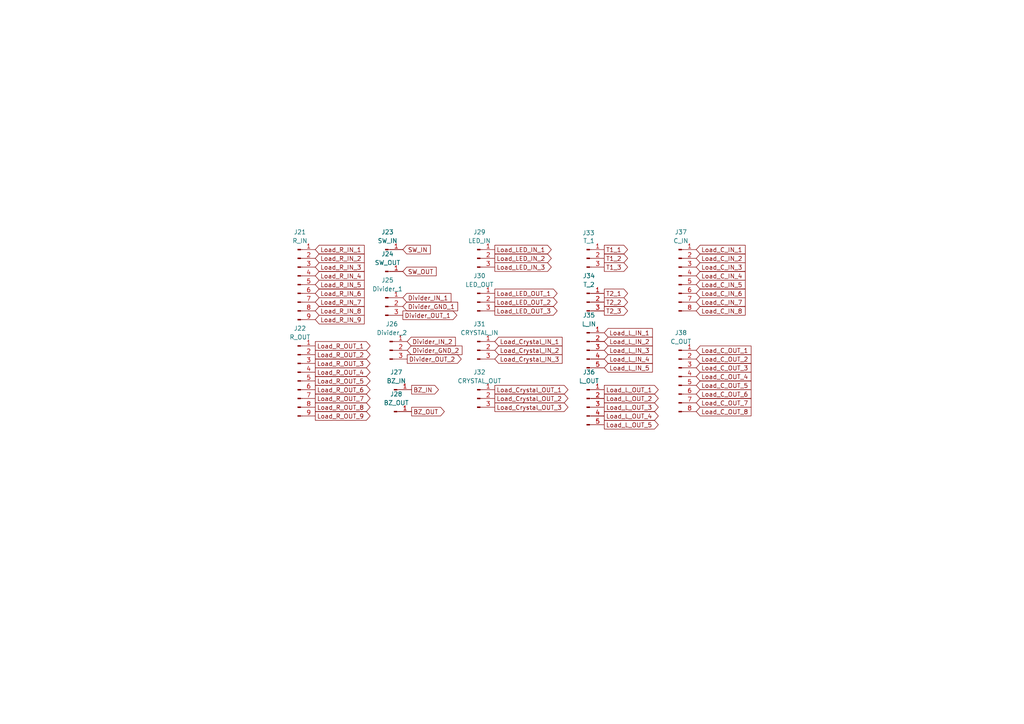
<source format=kicad_sch>
(kicad_sch (version 20250114) (generator "eeschema") (generator_version "9.0")
  (paper "A4")
  (title_block (title "Connectors") (date "2025-11-04") (rev "1.0") (company "PKl"))
  (lib_symbols
    (symbol "Connector:Conn_01x01_Pin" (pin_names (offset 1.016) (hide yes))
      (property "Reference" "J" (at 0 2.54 0))
      (property "Value" "Conn_01x01_Pin" (at 0 -2.54 0))
      (symbol "Conn_01x01_Pin_1_1"
        (rectangle (start 0.8636 0.127) (end 0 -0.127) (stroke (width 0.1524)) (fill (type outline)))
        (polyline (pts (xy 1.27 0) (xy 0.8636 0)) (stroke (width 0.1524)))
        (pin passive line (at 5.08 0 180) (length 3.81) (name "Pin_1") (number "1"))
      )
    )
    (symbol "Connector:Conn_01x03_Pin" (pin_names (offset 1.016) (hide yes))
      (property "Reference" "J" (at 0 5.08 0))
      (property "Value" "Conn_01x03_Pin" (at 0 -5.08 0))
      (symbol "Conn_01x03_Pin_1_1"
        (rectangle (start 0.8636 2.667) (end 0 2.413) (stroke (width 0.1524)) (fill (type outline)))
        (rectangle (start 0.8636 0.127) (end 0 -0.127) (stroke (width 0.1524)) (fill (type outline)))
        (rectangle (start 0.8636 -2.413) (end 0 -2.667) (stroke (width 0.1524)) (fill (type outline)))
        (polyline (pts (xy 1.27 2.54) (xy 0.8636 2.54)) (stroke (width 0.1524)))
        (polyline (pts (xy 1.27 0) (xy 0.8636 0)) (stroke (width 0.1524)))
        (polyline (pts (xy 1.27 -2.54) (xy 0.8636 -2.54)) (stroke (width 0.1524)))
        (pin passive line (at 5.08 2.54 180) (length 3.81) (name "Pin_1") (number "1"))
        (pin passive line (at 5.08 0 180) (length 3.81) (name "Pin_2") (number "2"))
        (pin passive line (at 5.08 -2.54 180) (length 3.81) (name "Pin_3") (number "3"))
      )
    )
    (symbol "Connector:Conn_01x05_Pin" (pin_names (offset 1.016) (hide yes))
      (property "Reference" "J" (at 0 7.62 0))
      (property "Value" "Conn_01x05_Pin" (at 0 -7.62 0))
      (symbol "Conn_01x05_Pin_1_1"
        (rectangle (start 0.8636 5.207) (end 0 4.953) (stroke (width 0.1524)) (fill (type outline)))
        (rectangle (start 0.8636 2.667) (end 0 2.413) (stroke (width 0.1524)) (fill (type outline)))
        (rectangle (start 0.8636 0.127) (end 0 -0.127) (stroke (width 0.1524)) (fill (type outline)))
        (rectangle (start 0.8636 -2.413) (end 0 -2.667) (stroke (width 0.1524)) (fill (type outline)))
        (rectangle (start 0.8636 -4.953) (end 0 -5.207) (stroke (width 0.1524)) (fill (type outline)))
        (polyline (pts (xy 1.27 5.08) (xy 0.8636 5.08)) (stroke (width 0.1524)))
        (polyline (pts (xy 1.27 2.54) (xy 0.8636 2.54)) (stroke (width 0.1524)))
        (polyline (pts (xy 1.27 0) (xy 0.8636 0)) (stroke (width 0.1524)))
        (polyline (pts (xy 1.27 -2.54) (xy 0.8636 -2.54)) (stroke (width 0.1524)))
        (polyline (pts (xy 1.27 -5.08) (xy 0.8636 -5.08)) (stroke (width 0.1524)))
        (pin passive line (at 5.08 5.08 180) (length 3.81) (name "Pin_1") (number "1"))
        (pin passive line (at 5.08 2.54 180) (length 3.81) (name "Pin_2") (number "2"))
        (pin passive line (at 5.08 0 180) (length 3.81) (name "Pin_3") (number "3"))
        (pin passive line (at 5.08 -2.54 180) (length 3.81) (name "Pin_4") (number "4"))
        (pin passive line (at 5.08 -5.08 180) (length 3.81) (name "Pin_5") (number "5"))
      )
    )
    (symbol "Connector:Conn_01x08_Pin" (pin_names (offset 1.016) (hide yes))
      (property "Reference" "J" (at 0 10.16 0))
      (property "Value" "Conn_01x08_Pin" (at 0 -12.7 0))
      (symbol "Conn_01x08_Pin_1_1"
        (rectangle (start 0.8636 7.747) (end 0 7.493) (stroke (width 0.1524)) (fill (type outline)))
        (rectangle (start 0.8636 5.207) (end 0 4.953) (stroke (width 0.1524)) (fill (type outline)))
        (rectangle (start 0.8636 2.667) (end 0 2.413) (stroke (width 0.1524)) (fill (type outline)))
        (rectangle (start 0.8636 0.127) (end 0 -0.127) (stroke (width 0.1524)) (fill (type outline)))
        (rectangle (start 0.8636 -2.413) (end 0 -2.667) (stroke (width 0.1524)) (fill (type outline)))
        (rectangle (start 0.8636 -4.953) (end 0 -5.207) (stroke (width 0.1524)) (fill (type outline)))
        (rectangle (start 0.8636 -7.493) (end 0 -7.747) (stroke (width 0.1524)) (fill (type outline)))
        (rectangle (start 0.8636 -10.033) (end 0 -10.287) (stroke (width 0.1524)) (fill (type outline)))
        (polyline (pts (xy 1.27 7.62) (xy 0.8636 7.62)) (stroke (width 0.1524)))
        (polyline (pts (xy 1.27 5.08) (xy 0.8636 5.08)) (stroke (width 0.1524)))
        (polyline (pts (xy 1.27 2.54) (xy 0.8636 2.54)) (stroke (width 0.1524)))
        (polyline (pts (xy 1.27 0) (xy 0.8636 0)) (stroke (width 0.1524)))
        (polyline (pts (xy 1.27 -2.54) (xy 0.8636 -2.54)) (stroke (width 0.1524)))
        (polyline (pts (xy 1.27 -5.08) (xy 0.8636 -5.08)) (stroke (width 0.1524)))
        (polyline (pts (xy 1.27 -7.62) (xy 0.8636 -7.62)) (stroke (width 0.1524)))
        (polyline (pts (xy 1.27 -10.16) (xy 0.8636 -10.16)) (stroke (width 0.1524)))
        (pin passive line (at 5.08 7.62 180) (length 3.81) (name "Pin_1") (number "1"))
        (pin passive line (at 5.08 5.08 180) (length 3.81) (name "Pin_2") (number "2"))
        (pin passive line (at 5.08 2.54 180) (length 3.81) (name "Pin_3") (number "3"))
        (pin passive line (at 5.08 0 180) (length 3.81) (name "Pin_4") (number "4"))
        (pin passive line (at 5.08 -2.54 180) (length 3.81) (name "Pin_5") (number "5"))
        (pin passive line (at 5.08 -5.08 180) (length 3.81) (name "Pin_6") (number "6"))
        (pin passive line (at 5.08 -7.62 180) (length 3.81) (name "Pin_7") (number "7"))
        (pin passive line (at 5.08 -10.16 180) (length 3.81) (name "Pin_8") (number "8"))
      )
    )
    (symbol "Connector:Conn_01x09_Pin" (pin_names (offset 1.016) (hide yes))
      (property "Reference" "J" (at 0 12.7 0))
      (property "Value" "Conn_01x09_Pin" (at 0 -12.7 0))
      (symbol "Conn_01x09_Pin_1_1"
        (rectangle (start 0.8636 10.287) (end 0 10.033) (stroke (width 0.1524)) (fill (type outline)))
        (rectangle (start 0.8636 7.747) (end 0 7.493) (stroke (width 0.1524)) (fill (type outline)))
        (rectangle (start 0.8636 5.207) (end 0 4.953) (stroke (width 0.1524)) (fill (type outline)))
        (rectangle (start 0.8636 2.667) (end 0 2.413) (stroke (width 0.1524)) (fill (type outline)))
        (rectangle (start 0.8636 0.127) (end 0 -0.127) (stroke (width 0.1524)) (fill (type outline)))
        (rectangle (start 0.8636 -2.413) (end 0 -2.667) (stroke (width 0.1524)) (fill (type outline)))
        (rectangle (start 0.8636 -4.953) (end 0 -5.207) (stroke (width 0.1524)) (fill (type outline)))
        (rectangle (start 0.8636 -7.493) (end 0 -7.747) (stroke (width 0.1524)) (fill (type outline)))
        (rectangle (start 0.8636 -10.033) (end 0 -10.287) (stroke (width 0.1524)) (fill (type outline)))
        (polyline (pts (xy 1.27 10.16) (xy 0.8636 10.16)) (stroke (width 0.1524)))
        (polyline (pts (xy 1.27 7.62) (xy 0.8636 7.62)) (stroke (width 0.1524)))
        (polyline (pts (xy 1.27 5.08) (xy 0.8636 5.08)) (stroke (width 0.1524)))
        (polyline (pts (xy 1.27 2.54) (xy 0.8636 2.54)) (stroke (width 0.1524)))
        (polyline (pts (xy 1.27 0) (xy 0.8636 0)) (stroke (width 0.1524)))
        (polyline (pts (xy 1.27 -2.54) (xy 0.8636 -2.54)) (stroke (width 0.1524)))
        (polyline (pts (xy 1.27 -5.08) (xy 0.8636 -5.08)) (stroke (width 0.1524)))
        (polyline (pts (xy 1.27 -7.62) (xy 0.8636 -7.62)) (stroke (width 0.1524)))
        (polyline (pts (xy 1.27 -10.16) (xy 0.8636 -10.16)) (stroke (width 0.1524)))
        (pin passive line (at 5.08 10.16 180) (length 3.81) (name "Pin_1") (number "1"))
        (pin passive line (at 5.08 7.62 180) (length 3.81) (name "Pin_2") (number "2"))
        (pin passive line (at 5.08 5.08 180) (length 3.81) (name "Pin_3") (number "3"))
        (pin passive line (at 5.08 2.54 180) (length 3.81) (name "Pin_4") (number "4"))
        (pin passive line (at 5.08 0 180) (length 3.81) (name "Pin_5") (number "5"))
        (pin passive line (at 5.08 -2.54 180) (length 3.81) (name "Pin_6") (number "6"))
        (pin passive line (at 5.08 -5.08 180) (length 3.81) (name "Pin_7") (number "7"))
        (pin passive line (at 5.08 -7.62 180) (length 3.81) (name "Pin_8") (number "8"))
        (pin passive line (at 5.08 -10.16 180) (length 3.81) (name "Pin_9") (number "9"))
      )
    )
  )
  (global_label "Load_R_OUT_7" (shape output) (at 91.44 115.57 0) (property "Intersheetrefs" "${INTERSHEET_REFS}" (effects (hide yes))))
  (global_label "Load_C_OUT_6" (shape input) (at 201.93 114.3 0) (property "Intersheetrefs" "${INTERSHEET_REFS}" (effects (hide yes))))
  (global_label "T1_3" (shape output) (at 175.26 77.47 0) (property "Intersheetrefs" "${INTERSHEET_REFS}" (effects (hide yes))))
  (global_label "Load_L_IN_4" (shape input) (at 175.26 104.14 0) (property "Intersheetrefs" "${INTERSHEET_REFS}" (effects (hide yes))))
  (global_label "Load_L_IN_5" (shape input) (at 175.26 106.68 0) (property "Intersheetrefs" "${INTERSHEET_REFS}" (effects (hide yes))))
  (global_label "Load_LED_IN_3" (shape output) (at 143.51 77.47 0) (property "Intersheetrefs" "${INTERSHEET_REFS}" (effects (hide yes))))
  (global_label "BZ_IN" (shape output) (at 119.38 113.03 0) (property "Intersheetrefs" "${INTERSHEET_REFS}" (effects (hide yes))))
  (global_label "Load_R_OUT_5" (shape output) (at 91.44 110.49 0) (property "Intersheetrefs" "${INTERSHEET_REFS}" (effects (hide yes))))
  (global_label "Load_C_IN_8" (shape input) (at 201.93 90.17 0) (property "Intersheetrefs" "${INTERSHEET_REFS}" (effects (hide yes))))
  (global_label "Load_Crystal_IN_2" (shape input) (at 143.51 101.6 0) (property "Intersheetrefs" "${INTERSHEET_REFS}" (effects (hide yes))))
  (global_label "BZ_OUT" (shape output) (at 119.38 119.38 0) (property "Intersheetrefs" "${INTERSHEET_REFS}" (effects (hide yes))))
  (global_label "Load_L_OUT_1" (shape output) (at 175.26 113.03 0) (property "Intersheetrefs" "${INTERSHEET_REFS}" (effects (hide yes))))
  (global_label "Load_Crystal_IN_1" (shape input) (at 143.51 99.06 0) (property "Intersheetrefs" "${INTERSHEET_REFS}" (effects (hide yes))))
  (global_label "Load_LED_IN_2" (shape output) (at 143.51 74.93 0) (property "Intersheetrefs" "${INTERSHEET_REFS}" (effects (hide yes))))
  (global_label "Load_R_IN_6" (shape input) (at 91.44 85.09 0) (property "Intersheetrefs" "${INTERSHEET_REFS}" (effects (hide yes))))
  (global_label "T2_2" (shape output) (at 175.26 87.63 0) (property "Intersheetrefs" "${INTERSHEET_REFS}" (effects (hide yes))))
  (global_label "Load_R_OUT_3" (shape output) (at 91.44 105.41 0) (property "Intersheetrefs" "${INTERSHEET_REFS}" (effects (hide yes))))
  (global_label "Load_Crystal_OUT_3" (shape output) (at 143.51 118.11 0) (property "Intersheetrefs" "${INTERSHEET_REFS}" (effects (hide yes))))
  (global_label "Load_R_OUT_4" (shape output) (at 91.44 107.95 0) (property "Intersheetrefs" "${INTERSHEET_REFS}" (effects (hide yes))))
  (global_label "Load_R_IN_2" (shape input) (at 91.44 74.93 0) (property "Intersheetrefs" "${INTERSHEET_REFS}" (effects (hide yes))))
  (global_label "Load_L_IN_2" (shape input) (at 175.26 99.06 0) (property "Intersheetrefs" "${INTERSHEET_REFS}" (effects (hide yes))))
  (global_label "SW_OUT" (shape input) (at 116.84 78.74 0) (property "Intersheetrefs" "${INTERSHEET_REFS}" (effects (hide yes))))
  (global_label "Divider_OUT_2" (shape output) (at 118.11 104.14 0) (property "Intersheetrefs" "${INTERSHEET_REFS}" (effects (hide yes))))
  (global_label "Load_L_IN_1" (shape input) (at 175.26 96.52 0) (property "Intersheetrefs" "${INTERSHEET_REFS}" (effects (hide yes))))
  (global_label "T1_2" (shape output) (at 175.26 74.93 0) (property "Intersheetrefs" "${INTERSHEET_REFS}" (effects (hide yes))))
  (global_label "Load_C_IN_6" (shape input) (at 201.93 85.09 0) (property "Intersheetrefs" "${INTERSHEET_REFS}" (effects (hide yes))))
  (global_label "Load_L_OUT_3" (shape output) (at 175.26 118.11 0) (property "Intersheetrefs" "${INTERSHEET_REFS}" (effects (hide yes))))
  (global_label "Load_L_OUT_4" (shape output) (at 175.26 120.65 0) (property "Intersheetrefs" "${INTERSHEET_REFS}" (effects (hide yes))))
  (global_label "Load_C_IN_3" (shape input) (at 201.93 77.47 0) (property "Intersheetrefs" "${INTERSHEET_REFS}" (effects (hide yes))))
  (global_label "Load_LED_OUT_2" (shape output) (at 143.51 87.63 0) (property "Intersheetrefs" "${INTERSHEET_REFS}" (effects (hide yes))))
  (global_label "Load_C_IN_2" (shape input) (at 201.93 74.93 0) (property "Intersheetrefs" "${INTERSHEET_REFS}" (effects (hide yes))))
  (global_label "Load_R_IN_7" (shape input) (at 91.44 87.63 0) (property "Intersheetrefs" "${INTERSHEET_REFS}" (effects (hide yes))))
  (global_label "Load_Crystal_OUT_1" (shape output) (at 143.51 113.03 0) (property "Intersheetrefs" "${INTERSHEET_REFS}" (effects (hide yes))))
  (global_label "Divider_IN_1" (shape input) (at 116.84 86.36 0) (property "Intersheetrefs" "${INTERSHEET_REFS}" (effects (hide yes))))
  (global_label "Load_C_IN_1" (shape input) (at 201.93 72.39 0) (property "Intersheetrefs" "${INTERSHEET_REFS}" (effects (hide yes))))
  (global_label "Load_R_IN_4" (shape input) (at 91.44 80.01 0) (property "Intersheetrefs" "${INTERSHEET_REFS}" (effects (hide yes))))
  (global_label "Load_L_IN_3" (shape input) (at 175.26 101.6 0) (property "Intersheetrefs" "${INTERSHEET_REFS}" (effects (hide yes))))
  (global_label "Load_C_OUT_7" (shape input) (at 201.93 116.84 0) (property "Intersheetrefs" "${INTERSHEET_REFS}" (effects (hide yes))))
  (global_label "Load_R_IN_9" (shape input) (at 91.44 92.71 0) (property "Intersheetrefs" "${INTERSHEET_REFS}" (effects (hide yes))))
  (global_label "Load_R_OUT_2" (shape output) (at 91.44 102.87 0) (property "Intersheetrefs" "${INTERSHEET_REFS}" (effects (hide yes))))
  (global_label "Load_C_OUT_1" (shape input) (at 201.93 101.6 0) (property "Intersheetrefs" "${INTERSHEET_REFS}" (effects (hide yes))))
  (global_label "Load_C_IN_5" (shape input) (at 201.93 82.55 0) (property "Intersheetrefs" "${INTERSHEET_REFS}" (effects (hide yes))))
  (global_label "Load_LED_IN_1" (shape output) (at 143.51 72.39 0) (property "Intersheetrefs" "${INTERSHEET_REFS}" (effects (hide yes))))
  (global_label "T2_1" (shape output) (at 175.26 85.09 0) (property "Intersheetrefs" "${INTERSHEET_REFS}" (effects (hide yes))))
  (global_label "Load_Crystal_IN_3" (shape input) (at 143.51 104.14 0) (property "Intersheetrefs" "${INTERSHEET_REFS}" (effects (hide yes))))
  (global_label "Load_C_OUT_2" (shape input) (at 201.93 104.14 0) (property "Intersheetrefs" "${INTERSHEET_REFS}" (effects (hide yes))))
  (global_label "Load_C_IN_4" (shape input) (at 201.93 80.01 0) (property "Intersheetrefs" "${INTERSHEET_REFS}" (effects (hide yes))))
  (global_label "Load_R_OUT_9" (shape output) (at 91.44 120.65 0) (property "Intersheetrefs" "${INTERSHEET_REFS}" (effects (hide yes))))
  (global_label "Load_LED_OUT_3" (shape output) (at 143.51 90.17 0) (property "Intersheetrefs" "${INTERSHEET_REFS}" (effects (hide yes))))
  (global_label "Load_Crystal_OUT_2" (shape output) (at 143.51 115.57 0) (property "Intersheetrefs" "${INTERSHEET_REFS}" (effects (hide yes))))
  (global_label "Load_R_OUT_1" (shape output) (at 91.44 100.33 0) (property "Intersheetrefs" "${INTERSHEET_REFS}" (effects (hide yes))))
  (global_label "Load_L_OUT_5" (shape output) (at 175.26 123.19 0) (property "Intersheetrefs" "${INTERSHEET_REFS}" (effects (hide yes))))
  (global_label "Divider_IN_2" (shape input) (at 118.11 99.06 0) (property "Intersheetrefs" "${INTERSHEET_REFS}" (effects (hide yes))))
  (global_label "Load_R_IN_3" (shape input) (at 91.44 77.47 0) (property "Intersheetrefs" "${INTERSHEET_REFS}" (effects (hide yes))))
  (global_label "Load_R_OUT_8" (shape output) (at 91.44 118.11 0) (property "Intersheetrefs" "${INTERSHEET_REFS}" (effects (hide yes))))
  (global_label "Load_C_OUT_3" (shape input) (at 201.93 106.68 0) (property "Intersheetrefs" "${INTERSHEET_REFS}" (effects (hide yes))))
  (global_label "Divider_GND_1" (shape input) (at 116.84 88.9 0) (property "Intersheetrefs" "${INTERSHEET_REFS}" (effects (hide yes))))
  (global_label "Load_C_OUT_8" (shape input) (at 201.93 119.38 0) (property "Intersheetrefs" "${INTERSHEET_REFS}" (effects (hide yes))))
  (global_label "SW_IN" (shape input) (at 116.84 72.39 0) (property "Intersheetrefs" "${INTERSHEET_REFS}" (effects (hide yes))))
  (global_label "Load_R_IN_5" (shape input) (at 91.44 82.55 0) (property "Intersheetrefs" "${INTERSHEET_REFS}" (effects (hide yes))))
  (global_label "Divider_OUT_1" (shape output) (at 116.84 91.44 0) (property "Intersheetrefs" "${INTERSHEET_REFS}" (effects (hide yes))))
  (global_label "Divider_GND_2" (shape input) (at 118.11 101.6 0) (property "Intersheetrefs" "${INTERSHEET_REFS}" (effects (hide yes))))
  (global_label "Load_C_IN_7" (shape input) (at 201.93 87.63 0) (property "Intersheetrefs" "${INTERSHEET_REFS}" (effects (hide yes))))
  (global_label "Load_R_IN_1" (shape input) (at 91.44 72.39 0) (property "Intersheetrefs" "${INTERSHEET_REFS}" (effects (hide yes))))
  (global_label "Load_C_OUT_5" (shape input) (at 201.93 111.76 0) (property "Intersheetrefs" "${INTERSHEET_REFS}" (effects (hide yes))))
  (global_label "Load_R_OUT_6" (shape output) (at 91.44 113.03 0) (property "Intersheetrefs" "${INTERSHEET_REFS}" (effects (hide yes))))
  (global_label "Load_R_IN_8" (shape input) (at 91.44 90.17 0) (property "Intersheetrefs" "${INTERSHEET_REFS}" (effects (hide yes))))
  (global_label "T2_3" (shape output) (at 175.26 90.17 0) (property "Intersheetrefs" "${INTERSHEET_REFS}" (effects (hide yes))))
  (global_label "Load_L_OUT_2" (shape output) (at 175.26 115.57 0) (property "Intersheetrefs" "${INTERSHEET_REFS}" (effects (hide yes))))
  (global_label "T1_1" (shape output) (at 175.26 72.39 0) (property "Intersheetrefs" "${INTERSHEET_REFS}" (effects (hide yes))))
  (global_label "Load_LED_OUT_1" (shape output) (at 143.51 85.09 0) (property "Intersheetrefs" "${INTERSHEET_REFS}" (effects (hide yes))))
  (global_label "Load_C_OUT_4" (shape input) (at 201.93 109.22 0) (property "Intersheetrefs" "${INTERSHEET_REFS}" (effects (hide yes))))
  (symbol (lib_id "Connector:Conn_01x01_Pin") (at 114.3 119.38 0) (unit 1)
    (property "Reference" "J28" (at 114.935 114.3 0))
    (property "Value" "BZ_OUT" (at 114.935 116.84 0))
    (property "Footprint" "Connector_PinHeader_2.54mm:PinHeader_1x01_P2.54mm_Vertical" (effects (hide yes)))
    (property "Description" "Generic connector, single row, 01x01, script generated" (effects (hide yes)))
  )
  (symbol (lib_id "Connector:Conn_01x03_Pin") (at 170.18 74.93 0) (unit 1)
    (property "Reference" "J33" (at 170.688 67.564 0))
    (property "Value" "T_1" (at 170.815 69.85 0))
    (property "Footprint" "Connector_PinSocket_2.54mm:PinSocket_1x03_P2.54mm_Vertical" (effects (hide yes)))
    (property "Description" "Generic connector, single row, 01x03, script generated" (effects (hide yes)))
  )
  (symbol (lib_id "Connector:Conn_01x05_Pin") (at 170.18 118.11 0) (unit 1)
    (property "Reference" "J36" (at 170.815 107.95 0))
    (property "Value" "L_OUT" (at 170.815 110.49 0))
    (property "Footprint" "Connector_PinHeader_2.54mm:PinHeader_1x05_P2.54mm_Vertical" (effects (hide yes)))
    (property "Description" "Generic connector, single row, 01x05, script generated" (effects (hide yes)))
  )
  (symbol (lib_id "Connector:Conn_01x03_Pin") (at 170.18 87.63 0) (unit 1)
    (property "Reference" "J34" (at 170.815 80.01 0))
    (property "Value" "T_2" (at 170.815 82.55 0))
    (property "Footprint" "Connector_PinSocket_2.54mm:PinSocket_1x03_P2.54mm_Vertical" (effects (hide yes)))
    (property "Description" "Generic connector, single row, 01x03, script generated" (effects (hide yes)))
  )
  (symbol (lib_id "Connector:Conn_01x05_Pin") (at 170.18 101.6 0) (unit 1)
    (property "Reference" "J35" (at 170.815 91.44 0))
    (property "Value" "L_IN" (at 170.815 93.98 0))
    (property "Footprint" "Connector_PinHeader_2.54mm:PinHeader_1x05_P2.54mm_Vertical" (effects (hide yes)))
    (property "Description" "Generic connector, single row, 01x05, script generated" (effects (hide yes)))
  )
  (symbol (lib_id "Connector:Conn_01x09_Pin") (at 86.36 110.49 0) (unit 1)
    (property "Reference" "J22" (at 86.995 95.25 0))
    (property "Value" "R_OUT" (at 86.995 97.79 0))
    (property "Footprint" "Connector_PinHeader_2.54mm:PinHeader_1x09_P2.54mm_Vertical" (effects (hide yes)))
    (property "Description" "Generic connector, single row, 01x09, script generated" (effects (hide yes)))
  )
  (symbol (lib_id "Connector:Conn_01x01_Pin") (at 111.76 72.39 0) (unit 1)
    (property "Reference" "J23" (at 112.395 67.31 0))
    (property "Value" "SW_IN" (at 112.395 69.85 0))
    (property "Footprint" "Connector_PinHeader_2.54mm:PinHeader_1x01_P2.54mm_Vertical" (effects (hide yes)))
    (property "Description" "Generic connector, single row, 01x01, script generated" (effects (hide yes)))
  )
  (symbol (lib_id "Connector:Conn_01x03_Pin") (at 138.43 87.63 0) (unit 1)
    (property "Reference" "J30" (at 139.065 80.01 0))
    (property "Value" "LED_OUT" (at 139.065 82.55 0))
    (property "Footprint" "Connector_PinSocket_2.54mm:PinSocket_1x03_P2.54mm_Vertical" (effects (hide yes)))
    (property "Description" "Generic connector, single row, 01x03, script generated" (effects (hide yes)))
  )
  (symbol (lib_id "Connector:Conn_01x03_Pin") (at 138.43 115.57 0) (unit 1)
    (property "Reference" "J32" (at 139.065 107.95 0))
    (property "Value" "CRYSTAL_OUT" (at 139.065 110.49 0))
    (property "Footprint" "Connector_PinSocket_2.54mm:PinSocket_1x03_P2.54mm_Vertical" (effects (hide yes)))
    (property "Description" "Generic connector, single row, 01x03, script generated" (effects (hide yes)))
  )
  (symbol (lib_id "Connector:Conn_01x03_Pin") (at 111.76 88.9 0) (unit 1)
    (property "Reference" "J25" (at 112.395 81.28 0))
    (property "Value" "Divider_1" (at 112.395 83.82 0))
    (property "Footprint" "Connector_PinHeader_2.54mm:PinHeader_1x03_P2.54mm_Vertical" (effects (hide yes)))
    (property "Description" "Generic connector, single row, 01x03, script generated" (effects (hide yes)))
  )
  (symbol (lib_id "Connector:Conn_01x08_Pin") (at 196.85 109.22 0) (unit 1)
    (property "Reference" "J38" (at 197.485 96.52 0))
    (property "Value" "C_OUT" (at 197.485 99.06 0))
    (property "Footprint" "Connector_PinHeader_2.54mm:PinHeader_1x08_P2.54mm_Vertical" (effects (hide yes)))
    (property "Description" "Generic connector, single row, 01x08, script generated" (effects (hide yes)))
  )
  (symbol (lib_id "Connector:Conn_01x09_Pin") (at 86.36 82.55 0) (unit 1)
    (property "Reference" "J21" (at 86.995 67.31 0))
    (property "Value" "R_IN" (at 86.995 69.85 0))
    (property "Footprint" "Connector_PinHeader_2.54mm:PinHeader_1x09_P2.54mm_Vertical" (effects (hide yes)))
    (property "Description" "Generic connector, single row, 01x09, script generated" (effects (hide yes)))
  )
  (symbol (lib_id "Connector:Conn_01x03_Pin") (at 113.03 101.6 0) (unit 1)
    (property "Reference" "J26" (at 113.665 93.98 0))
    (property "Value" "Divider_2" (at 113.665 96.52 0))
    (property "Footprint" "Connector_PinHeader_2.54mm:PinHeader_1x03_P2.54mm_Vertical" (effects (hide yes)))
    (property "Description" "Generic connector, single row, 01x03, script generated" (effects (hide yes)))
  )
  (symbol (lib_id "Connector:Conn_01x01_Pin") (at 111.76 78.74 0) (unit 1)
    (property "Reference" "J24" (at 112.395 73.66 0))
    (property "Value" "SW_OUT" (at 112.395 76.2 0))
    (property "Footprint" "Connector_PinHeader_2.54mm:PinHeader_1x01_P2.54mm_Vertical" (effects (hide yes)))
    (property "Description" "Generic connector, single row, 01x01, script generated" (effects (hide yes)))
  )
  (symbol (lib_id "Connector:Conn_01x03_Pin") (at 138.43 101.6 0) (unit 1)
    (property "Reference" "J31" (at 139.065 93.98 0))
    (property "Value" "CRYSTAL_IN" (at 139.065 96.52 0))
    (property "Footprint" "Connector_PinSocket_2.54mm:PinSocket_1x03_P2.54mm_Vertical" (effects (hide yes)))
    (property "Description" "Generic connector, single row, 01x03, script generated" (effects (hide yes)))
  )
  (symbol (lib_id "Connector:Conn_01x08_Pin") (at 196.85 80.01 0) (unit 1)
    (property "Reference" "J37" (at 197.485 67.31 0))
    (property "Value" "C_IN" (at 197.485 69.85 0))
    (property "Footprint" "Connector_PinHeader_2.54mm:PinHeader_1x08_P2.54mm_Vertical" (effects (hide yes)))
    (property "Description" "Generic connector, single row, 01x08, script generated" (effects (hide yes)))
  )
  (symbol (lib_id "Connector:Conn_01x03_Pin") (at 138.43 74.93 0) (unit 1)
    (property "Reference" "J29" (at 139.065 67.31 0))
    (property "Value" "LED_IN" (at 139.065 69.85 0))
    (property "Footprint" "Connector_PinSocket_2.54mm:PinSocket_1x03_P2.54mm_Vertical" (effects (hide yes)))
    (property "Description" "Generic connector, single row, 01x03, script generated" (effects (hide yes)))
  )
  (symbol (lib_id "Connector:Conn_01x01_Pin") (at 114.3 113.03 0) (unit 1)
    (property "Reference" "J27" (at 114.935 107.95 0))
    (property "Value" "BZ_IN" (at 114.935 110.49 0))
    (property "Footprint" "Connector_PinHeader_2.54mm:PinHeader_1x01_P2.54mm_Vertical" (effects (hide yes)))
    (property "Description" "Generic connector, single row, 01x01, script generated" (effects (hide yes)))
  )
)
</source>
